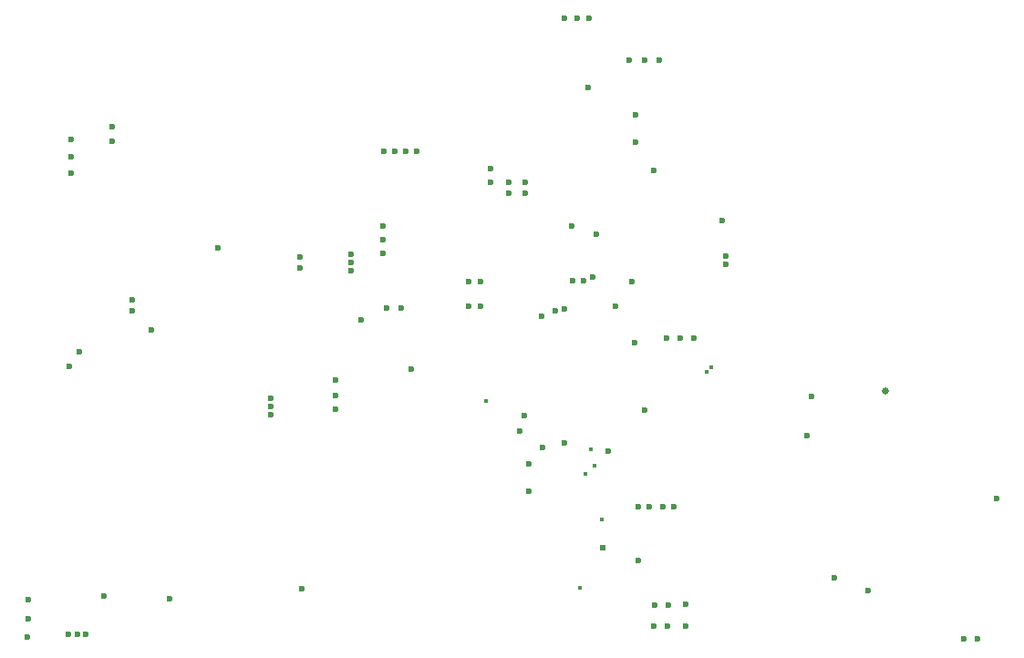
<source format=gm1>
G04*
G04 #@! TF.GenerationSoftware,Altium Limited,Altium Designer,24.2.2 (26)*
G04*
G04 Layer_Color=16711935*
%FSLAX25Y25*%
%MOIN*%
G70*
G04*
G04 #@! TF.SameCoordinates,F296BD43-7A1A-4B5F-AFD2-8FBC70BB071E*
G04*
G04*
G04 #@! TF.FilePolarity,Positive*
G04*
G01*
G75*
%ADD162C,0.02362*%
%ADD163C,0.02500*%
%ADD164C,0.01575*%
%ADD165C,0.01772*%
%ADD166C,0.02400*%
D162*
X57649Y192744D02*
D03*
Y187324D02*
D03*
X42569Y175544D02*
D03*
X65079Y129474D02*
D03*
Y125474D02*
D03*
X42569Y181614D02*
D03*
X42669Y188014D02*
D03*
X41849Y6934D02*
D03*
X47949D02*
D03*
X44899D02*
D03*
X96509Y148354D02*
D03*
X126279Y141074D02*
D03*
X250079Y34074D02*
D03*
X156579Y156374D02*
D03*
Y151374D02*
D03*
Y146374D02*
D03*
X225579Y156374D02*
D03*
X222895Y125927D02*
D03*
X78579Y19874D02*
D03*
X127079Y23555D02*
D03*
X215079Y75374D02*
D03*
X42079Y104874D02*
D03*
X45560Y110355D02*
D03*
X71879Y118474D02*
D03*
X210079Y69274D02*
D03*
X229979Y136274D02*
D03*
X226076Y136474D02*
D03*
X248883Y196890D02*
D03*
Y186890D02*
D03*
X231589Y206890D02*
D03*
X234579Y153374D02*
D03*
X233379Y137774D02*
D03*
X210079Y59374D02*
D03*
X247579Y135874D02*
D03*
X282029Y145474D02*
D03*
X281929Y142374D02*
D03*
X126279Y145074D02*
D03*
X115729Y87224D02*
D03*
X255629Y176524D02*
D03*
X167079Y103874D02*
D03*
X148679Y121874D02*
D03*
X206779Y81424D02*
D03*
X219579Y125374D02*
D03*
X222928Y77025D02*
D03*
X208270Y86924D02*
D03*
X250129Y53574D02*
D03*
X259129D02*
D03*
X263129D02*
D03*
X254129D02*
D03*
X54729Y21174D02*
D03*
X115729Y93224D02*
D03*
Y90224D02*
D03*
X27079Y19824D02*
D03*
Y12824D02*
D03*
X26779Y6174D02*
D03*
X246829Y217024D02*
D03*
X257829D02*
D03*
X252329D02*
D03*
X223129Y232224D02*
D03*
X280829Y158474D02*
D03*
X241579Y126924D02*
D03*
X252279Y89174D02*
D03*
X239079Y73974D02*
D03*
X248529Y113824D02*
D03*
X145029Y145924D02*
D03*
Y142924D02*
D03*
Y139924D02*
D03*
X163379Y126424D02*
D03*
X187879Y126974D02*
D03*
X192379D02*
D03*
X139429Y99874D02*
D03*
Y94374D02*
D03*
Y89374D02*
D03*
X196029Y177374D02*
D03*
X202579Y172374D02*
D03*
X196029D02*
D03*
X208579D02*
D03*
X202579Y168374D02*
D03*
X208579D02*
D03*
X227629Y232224D02*
D03*
X232129D02*
D03*
X255979Y17824D02*
D03*
X267229Y18074D02*
D03*
X255729Y10024D02*
D03*
X267229D02*
D03*
X260329Y115324D02*
D03*
X265329D02*
D03*
X270329D02*
D03*
X260729Y10024D02*
D03*
X260979Y17824D02*
D03*
X157879Y126424D02*
D03*
X192379Y135974D02*
D03*
X187879D02*
D03*
X168879Y183574D02*
D03*
X164879D02*
D03*
X160879D02*
D03*
X156879D02*
D03*
X214583Y123394D02*
D03*
X313357Y93864D02*
D03*
X311607Y79664D02*
D03*
X369007Y5264D02*
D03*
X321707Y27814D02*
D03*
X333907Y23114D02*
D03*
X374007Y5264D02*
D03*
X380857Y56714D02*
D03*
D163*
X340507Y96014D02*
D03*
D164*
X274895Y103060D02*
D03*
X276679Y104844D02*
D03*
X236760Y49174D02*
D03*
X233979Y68556D02*
D03*
X230779Y65578D02*
D03*
D165*
X228834Y23924D02*
D03*
X232679Y74824D02*
D03*
X194379Y92374D02*
D03*
D166*
X236979Y38524D02*
D03*
M02*

</source>
